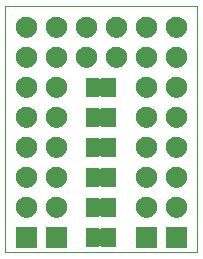
<source format=gbr>
G04 #@! TF.GenerationSoftware,KiCad,Pcbnew,5.1.5+dfsg1-2*
G04 #@! TF.CreationDate,2020-01-22T22:25:37+01:00*
G04 #@! TF.ProjectId,jumper-module,6a756d70-6572-42d6-9d6f-64756c652e6b,v1*
G04 #@! TF.SameCoordinates,Original*
G04 #@! TF.FileFunction,Soldermask,Top*
G04 #@! TF.FilePolarity,Negative*
%FSLAX46Y46*%
G04 Gerber Fmt 4.6, Leading zero omitted, Abs format (unit mm)*
G04 Created by KiCad (PCBNEW 5.1.5+dfsg1-2) date 2020-01-22 22:25:37*
%MOMM*%
%LPD*%
G04 APERTURE LIST*
%ADD10C,0.100000*%
%ADD11C,0.150000*%
G04 APERTURE END LIST*
D10*
X149606000Y-85852000D02*
X149606000Y-106680000D01*
X133350000Y-85852000D02*
X149606000Y-85852000D01*
X133350000Y-106680000D02*
X133350000Y-85852000D01*
X149606000Y-106680000D02*
X133350000Y-106680000D01*
D11*
G36*
X148729000Y-106311000D02*
G01*
X146927000Y-106311000D01*
X146927000Y-104509000D01*
X148729000Y-104509000D01*
X148729000Y-106311000D01*
G37*
G36*
X146189000Y-106311000D02*
G01*
X144387000Y-106311000D01*
X144387000Y-104509000D01*
X146189000Y-104509000D01*
X146189000Y-106311000D01*
G37*
G36*
X138569000Y-106311000D02*
G01*
X136767000Y-106311000D01*
X136767000Y-104509000D01*
X138569000Y-104509000D01*
X138569000Y-106311000D01*
G37*
G36*
X136029000Y-106311000D02*
G01*
X134227000Y-106311000D01*
X134227000Y-104509000D01*
X136029000Y-104509000D01*
X136029000Y-106311000D01*
G37*
G36*
X141225999Y-104609737D02*
G01*
X141235608Y-104612652D01*
X141244472Y-104617390D01*
X141252212Y-104623742D01*
X141252213Y-104623743D01*
X141252237Y-104623763D01*
X141258640Y-104631573D01*
X141258677Y-104631628D01*
X141266480Y-104641147D01*
X141266511Y-104641122D01*
X141277853Y-104654972D01*
X141296779Y-104670537D01*
X141318377Y-104682111D01*
X141341819Y-104689249D01*
X141366202Y-104691676D01*
X141390591Y-104689300D01*
X141414047Y-104682211D01*
X141435670Y-104670682D01*
X141454628Y-104655157D01*
X141470193Y-104636231D01*
X141472029Y-104633175D01*
X141473418Y-104631486D01*
X141473419Y-104631484D01*
X141479801Y-104623725D01*
X141487573Y-104617360D01*
X141487575Y-104617358D01*
X141496399Y-104612654D01*
X141496438Y-104612633D01*
X141506055Y-104609727D01*
X141506085Y-104609718D01*
X141522113Y-104608148D01*
X142659860Y-104608148D01*
X142675999Y-104609737D01*
X142685608Y-104612652D01*
X142694472Y-104617390D01*
X142702237Y-104623763D01*
X142708610Y-104631528D01*
X142713348Y-104640392D01*
X142716263Y-104650001D01*
X142717852Y-104666140D01*
X142717852Y-106153860D01*
X142716263Y-106169999D01*
X142713348Y-106179608D01*
X142708610Y-106188472D01*
X142702237Y-106196237D01*
X142694472Y-106202610D01*
X142685608Y-106207348D01*
X142675999Y-106210263D01*
X142659860Y-106211852D01*
X141522140Y-106211852D01*
X141506001Y-106210263D01*
X141496392Y-106207348D01*
X141487528Y-106202610D01*
X141479763Y-106196237D01*
X141469116Y-106183263D01*
X141462947Y-106174032D01*
X141445619Y-106156706D01*
X141425244Y-106143093D01*
X141402605Y-106133717D01*
X141378572Y-106128937D01*
X141354068Y-106128938D01*
X141330035Y-106133720D01*
X141307396Y-106143098D01*
X141287022Y-106156713D01*
X141269696Y-106174041D01*
X141262825Y-106183317D01*
X141258640Y-106188427D01*
X141252275Y-106196199D01*
X141244516Y-106202581D01*
X141235661Y-106207326D01*
X141232623Y-106208251D01*
X141226085Y-106210242D01*
X141226082Y-106210242D01*
X141226050Y-106210252D01*
X141216000Y-106211247D01*
X141215935Y-106211247D01*
X141209825Y-106211852D01*
X140222140Y-106211852D01*
X140206001Y-106210263D01*
X140196392Y-106207348D01*
X140187528Y-106202610D01*
X140179763Y-106196237D01*
X140173390Y-106188472D01*
X140168652Y-106179608D01*
X140165737Y-106169999D01*
X140164148Y-106153860D01*
X140164148Y-104666140D01*
X140165737Y-104650001D01*
X140168652Y-104640392D01*
X140173390Y-104631528D01*
X140179763Y-104623763D01*
X140187528Y-104617390D01*
X140196392Y-104612652D01*
X140206001Y-104609737D01*
X140222140Y-104608148D01*
X141209860Y-104608148D01*
X141225999Y-104609737D01*
G37*
G36*
X137781512Y-101973927D02*
G01*
X137930812Y-102003624D01*
X138094784Y-102071544D01*
X138242354Y-102170147D01*
X138367853Y-102295646D01*
X138466456Y-102443216D01*
X138534376Y-102607188D01*
X138569000Y-102781259D01*
X138569000Y-102958741D01*
X138534376Y-103132812D01*
X138466456Y-103296784D01*
X138367853Y-103444354D01*
X138242354Y-103569853D01*
X138094784Y-103668456D01*
X137930812Y-103736376D01*
X137781512Y-103766073D01*
X137756742Y-103771000D01*
X137579258Y-103771000D01*
X137554488Y-103766073D01*
X137405188Y-103736376D01*
X137241216Y-103668456D01*
X137093646Y-103569853D01*
X136968147Y-103444354D01*
X136869544Y-103296784D01*
X136801624Y-103132812D01*
X136767000Y-102958741D01*
X136767000Y-102781259D01*
X136801624Y-102607188D01*
X136869544Y-102443216D01*
X136968147Y-102295646D01*
X137093646Y-102170147D01*
X137241216Y-102071544D01*
X137405188Y-102003624D01*
X137554488Y-101973927D01*
X137579258Y-101969000D01*
X137756742Y-101969000D01*
X137781512Y-101973927D01*
G37*
G36*
X145401512Y-101973927D02*
G01*
X145550812Y-102003624D01*
X145714784Y-102071544D01*
X145862354Y-102170147D01*
X145987853Y-102295646D01*
X146086456Y-102443216D01*
X146154376Y-102607188D01*
X146189000Y-102781259D01*
X146189000Y-102958741D01*
X146154376Y-103132812D01*
X146086456Y-103296784D01*
X145987853Y-103444354D01*
X145862354Y-103569853D01*
X145714784Y-103668456D01*
X145550812Y-103736376D01*
X145401512Y-103766073D01*
X145376742Y-103771000D01*
X145199258Y-103771000D01*
X145174488Y-103766073D01*
X145025188Y-103736376D01*
X144861216Y-103668456D01*
X144713646Y-103569853D01*
X144588147Y-103444354D01*
X144489544Y-103296784D01*
X144421624Y-103132812D01*
X144387000Y-102958741D01*
X144387000Y-102781259D01*
X144421624Y-102607188D01*
X144489544Y-102443216D01*
X144588147Y-102295646D01*
X144713646Y-102170147D01*
X144861216Y-102071544D01*
X145025188Y-102003624D01*
X145174488Y-101973927D01*
X145199258Y-101969000D01*
X145376742Y-101969000D01*
X145401512Y-101973927D01*
G37*
G36*
X147941512Y-101973927D02*
G01*
X148090812Y-102003624D01*
X148254784Y-102071544D01*
X148402354Y-102170147D01*
X148527853Y-102295646D01*
X148626456Y-102443216D01*
X148694376Y-102607188D01*
X148729000Y-102781259D01*
X148729000Y-102958741D01*
X148694376Y-103132812D01*
X148626456Y-103296784D01*
X148527853Y-103444354D01*
X148402354Y-103569853D01*
X148254784Y-103668456D01*
X148090812Y-103736376D01*
X147941512Y-103766073D01*
X147916742Y-103771000D01*
X147739258Y-103771000D01*
X147714488Y-103766073D01*
X147565188Y-103736376D01*
X147401216Y-103668456D01*
X147253646Y-103569853D01*
X147128147Y-103444354D01*
X147029544Y-103296784D01*
X146961624Y-103132812D01*
X146927000Y-102958741D01*
X146927000Y-102781259D01*
X146961624Y-102607188D01*
X147029544Y-102443216D01*
X147128147Y-102295646D01*
X147253646Y-102170147D01*
X147401216Y-102071544D01*
X147565188Y-102003624D01*
X147714488Y-101973927D01*
X147739258Y-101969000D01*
X147916742Y-101969000D01*
X147941512Y-101973927D01*
G37*
G36*
X135241512Y-101973927D02*
G01*
X135390812Y-102003624D01*
X135554784Y-102071544D01*
X135702354Y-102170147D01*
X135827853Y-102295646D01*
X135926456Y-102443216D01*
X135994376Y-102607188D01*
X136029000Y-102781259D01*
X136029000Y-102958741D01*
X135994376Y-103132812D01*
X135926456Y-103296784D01*
X135827853Y-103444354D01*
X135702354Y-103569853D01*
X135554784Y-103668456D01*
X135390812Y-103736376D01*
X135241512Y-103766073D01*
X135216742Y-103771000D01*
X135039258Y-103771000D01*
X135014488Y-103766073D01*
X134865188Y-103736376D01*
X134701216Y-103668456D01*
X134553646Y-103569853D01*
X134428147Y-103444354D01*
X134329544Y-103296784D01*
X134261624Y-103132812D01*
X134227000Y-102958741D01*
X134227000Y-102781259D01*
X134261624Y-102607188D01*
X134329544Y-102443216D01*
X134428147Y-102295646D01*
X134553646Y-102170147D01*
X134701216Y-102071544D01*
X134865188Y-102003624D01*
X135014488Y-101973927D01*
X135039258Y-101969000D01*
X135216742Y-101969000D01*
X135241512Y-101973927D01*
G37*
G36*
X141225999Y-102069737D02*
G01*
X141235608Y-102072652D01*
X141244472Y-102077390D01*
X141252212Y-102083742D01*
X141252213Y-102083743D01*
X141252237Y-102083763D01*
X141258640Y-102091573D01*
X141258677Y-102091628D01*
X141266480Y-102101147D01*
X141266511Y-102101122D01*
X141277853Y-102114972D01*
X141296779Y-102130537D01*
X141318377Y-102142111D01*
X141341819Y-102149249D01*
X141366202Y-102151676D01*
X141390591Y-102149300D01*
X141414047Y-102142211D01*
X141435670Y-102130682D01*
X141454628Y-102115157D01*
X141470193Y-102096231D01*
X141472029Y-102093175D01*
X141473418Y-102091486D01*
X141473419Y-102091484D01*
X141479801Y-102083725D01*
X141487573Y-102077360D01*
X141487575Y-102077358D01*
X141496399Y-102072654D01*
X141496438Y-102072633D01*
X141506055Y-102069727D01*
X141506085Y-102069718D01*
X141522113Y-102068148D01*
X142659860Y-102068148D01*
X142675999Y-102069737D01*
X142685608Y-102072652D01*
X142694472Y-102077390D01*
X142702237Y-102083763D01*
X142708610Y-102091528D01*
X142713348Y-102100392D01*
X142716263Y-102110001D01*
X142717852Y-102126140D01*
X142717852Y-103613860D01*
X142716263Y-103629999D01*
X142713348Y-103639608D01*
X142708610Y-103648472D01*
X142702237Y-103656237D01*
X142694472Y-103662610D01*
X142685608Y-103667348D01*
X142675999Y-103670263D01*
X142659860Y-103671852D01*
X141522140Y-103671852D01*
X141506001Y-103670263D01*
X141496392Y-103667348D01*
X141487528Y-103662610D01*
X141479763Y-103656237D01*
X141469116Y-103643263D01*
X141462947Y-103634032D01*
X141445619Y-103616706D01*
X141425244Y-103603093D01*
X141402605Y-103593717D01*
X141378572Y-103588937D01*
X141354068Y-103588938D01*
X141330035Y-103593720D01*
X141307396Y-103603098D01*
X141287022Y-103616713D01*
X141269696Y-103634041D01*
X141262825Y-103643317D01*
X141258640Y-103648427D01*
X141252275Y-103656199D01*
X141244516Y-103662581D01*
X141235661Y-103667326D01*
X141232623Y-103668251D01*
X141226085Y-103670242D01*
X141226082Y-103670242D01*
X141226050Y-103670252D01*
X141216000Y-103671247D01*
X141215935Y-103671247D01*
X141209825Y-103671852D01*
X140222140Y-103671852D01*
X140206001Y-103670263D01*
X140196392Y-103667348D01*
X140187528Y-103662610D01*
X140179763Y-103656237D01*
X140173390Y-103648472D01*
X140168652Y-103639608D01*
X140165737Y-103629999D01*
X140164148Y-103613860D01*
X140164148Y-102126140D01*
X140165737Y-102110001D01*
X140168652Y-102100392D01*
X140173390Y-102091528D01*
X140179763Y-102083763D01*
X140187528Y-102077390D01*
X140196392Y-102072652D01*
X140206001Y-102069737D01*
X140222140Y-102068148D01*
X141209860Y-102068148D01*
X141225999Y-102069737D01*
G37*
G36*
X137781512Y-99433927D02*
G01*
X137930812Y-99463624D01*
X138094784Y-99531544D01*
X138242354Y-99630147D01*
X138367853Y-99755646D01*
X138466456Y-99903216D01*
X138534376Y-100067188D01*
X138569000Y-100241259D01*
X138569000Y-100418741D01*
X138534376Y-100592812D01*
X138466456Y-100756784D01*
X138367853Y-100904354D01*
X138242354Y-101029853D01*
X138094784Y-101128456D01*
X137930812Y-101196376D01*
X137781512Y-101226073D01*
X137756742Y-101231000D01*
X137579258Y-101231000D01*
X137554488Y-101226073D01*
X137405188Y-101196376D01*
X137241216Y-101128456D01*
X137093646Y-101029853D01*
X136968147Y-100904354D01*
X136869544Y-100756784D01*
X136801624Y-100592812D01*
X136767000Y-100418741D01*
X136767000Y-100241259D01*
X136801624Y-100067188D01*
X136869544Y-99903216D01*
X136968147Y-99755646D01*
X137093646Y-99630147D01*
X137241216Y-99531544D01*
X137405188Y-99463624D01*
X137554488Y-99433927D01*
X137579258Y-99429000D01*
X137756742Y-99429000D01*
X137781512Y-99433927D01*
G37*
G36*
X145401512Y-99433927D02*
G01*
X145550812Y-99463624D01*
X145714784Y-99531544D01*
X145862354Y-99630147D01*
X145987853Y-99755646D01*
X146086456Y-99903216D01*
X146154376Y-100067188D01*
X146189000Y-100241259D01*
X146189000Y-100418741D01*
X146154376Y-100592812D01*
X146086456Y-100756784D01*
X145987853Y-100904354D01*
X145862354Y-101029853D01*
X145714784Y-101128456D01*
X145550812Y-101196376D01*
X145401512Y-101226073D01*
X145376742Y-101231000D01*
X145199258Y-101231000D01*
X145174488Y-101226073D01*
X145025188Y-101196376D01*
X144861216Y-101128456D01*
X144713646Y-101029853D01*
X144588147Y-100904354D01*
X144489544Y-100756784D01*
X144421624Y-100592812D01*
X144387000Y-100418741D01*
X144387000Y-100241259D01*
X144421624Y-100067188D01*
X144489544Y-99903216D01*
X144588147Y-99755646D01*
X144713646Y-99630147D01*
X144861216Y-99531544D01*
X145025188Y-99463624D01*
X145174488Y-99433927D01*
X145199258Y-99429000D01*
X145376742Y-99429000D01*
X145401512Y-99433927D01*
G37*
G36*
X147941512Y-99433927D02*
G01*
X148090812Y-99463624D01*
X148254784Y-99531544D01*
X148402354Y-99630147D01*
X148527853Y-99755646D01*
X148626456Y-99903216D01*
X148694376Y-100067188D01*
X148729000Y-100241259D01*
X148729000Y-100418741D01*
X148694376Y-100592812D01*
X148626456Y-100756784D01*
X148527853Y-100904354D01*
X148402354Y-101029853D01*
X148254784Y-101128456D01*
X148090812Y-101196376D01*
X147941512Y-101226073D01*
X147916742Y-101231000D01*
X147739258Y-101231000D01*
X147714488Y-101226073D01*
X147565188Y-101196376D01*
X147401216Y-101128456D01*
X147253646Y-101029853D01*
X147128147Y-100904354D01*
X147029544Y-100756784D01*
X146961624Y-100592812D01*
X146927000Y-100418741D01*
X146927000Y-100241259D01*
X146961624Y-100067188D01*
X147029544Y-99903216D01*
X147128147Y-99755646D01*
X147253646Y-99630147D01*
X147401216Y-99531544D01*
X147565188Y-99463624D01*
X147714488Y-99433927D01*
X147739258Y-99429000D01*
X147916742Y-99429000D01*
X147941512Y-99433927D01*
G37*
G36*
X135241512Y-99433927D02*
G01*
X135390812Y-99463624D01*
X135554784Y-99531544D01*
X135702354Y-99630147D01*
X135827853Y-99755646D01*
X135926456Y-99903216D01*
X135994376Y-100067188D01*
X136029000Y-100241259D01*
X136029000Y-100418741D01*
X135994376Y-100592812D01*
X135926456Y-100756784D01*
X135827853Y-100904354D01*
X135702354Y-101029853D01*
X135554784Y-101128456D01*
X135390812Y-101196376D01*
X135241512Y-101226073D01*
X135216742Y-101231000D01*
X135039258Y-101231000D01*
X135014488Y-101226073D01*
X134865188Y-101196376D01*
X134701216Y-101128456D01*
X134553646Y-101029853D01*
X134428147Y-100904354D01*
X134329544Y-100756784D01*
X134261624Y-100592812D01*
X134227000Y-100418741D01*
X134227000Y-100241259D01*
X134261624Y-100067188D01*
X134329544Y-99903216D01*
X134428147Y-99755646D01*
X134553646Y-99630147D01*
X134701216Y-99531544D01*
X134865188Y-99463624D01*
X135014488Y-99433927D01*
X135039258Y-99429000D01*
X135216742Y-99429000D01*
X135241512Y-99433927D01*
G37*
G36*
X141225999Y-99529737D02*
G01*
X141235608Y-99532652D01*
X141244472Y-99537390D01*
X141252212Y-99543742D01*
X141252213Y-99543743D01*
X141252237Y-99543763D01*
X141258640Y-99551573D01*
X141258677Y-99551628D01*
X141266480Y-99561147D01*
X141266511Y-99561122D01*
X141277853Y-99574972D01*
X141296779Y-99590537D01*
X141318377Y-99602111D01*
X141341819Y-99609249D01*
X141366202Y-99611676D01*
X141390591Y-99609300D01*
X141414047Y-99602211D01*
X141435670Y-99590682D01*
X141454628Y-99575157D01*
X141470193Y-99556231D01*
X141472029Y-99553175D01*
X141473418Y-99551486D01*
X141473419Y-99551484D01*
X141479801Y-99543725D01*
X141487573Y-99537360D01*
X141487575Y-99537358D01*
X141496399Y-99532654D01*
X141496438Y-99532633D01*
X141506055Y-99529727D01*
X141506085Y-99529718D01*
X141522113Y-99528148D01*
X142659860Y-99528148D01*
X142675999Y-99529737D01*
X142685608Y-99532652D01*
X142694472Y-99537390D01*
X142702237Y-99543763D01*
X142708610Y-99551528D01*
X142713348Y-99560392D01*
X142716263Y-99570001D01*
X142717852Y-99586140D01*
X142717852Y-101073860D01*
X142716263Y-101089999D01*
X142713348Y-101099608D01*
X142708610Y-101108472D01*
X142702237Y-101116237D01*
X142694472Y-101122610D01*
X142685608Y-101127348D01*
X142675999Y-101130263D01*
X142659860Y-101131852D01*
X141522140Y-101131852D01*
X141506001Y-101130263D01*
X141496392Y-101127348D01*
X141487528Y-101122610D01*
X141479763Y-101116237D01*
X141469116Y-101103263D01*
X141462947Y-101094032D01*
X141445619Y-101076706D01*
X141425244Y-101063093D01*
X141402605Y-101053717D01*
X141378572Y-101048937D01*
X141354068Y-101048938D01*
X141330035Y-101053720D01*
X141307396Y-101063098D01*
X141287022Y-101076713D01*
X141269696Y-101094041D01*
X141262825Y-101103317D01*
X141258640Y-101108427D01*
X141252275Y-101116199D01*
X141244516Y-101122581D01*
X141235661Y-101127326D01*
X141232623Y-101128251D01*
X141226085Y-101130242D01*
X141226082Y-101130242D01*
X141226050Y-101130252D01*
X141216000Y-101131247D01*
X141215935Y-101131247D01*
X141209825Y-101131852D01*
X140222140Y-101131852D01*
X140206001Y-101130263D01*
X140196392Y-101127348D01*
X140187528Y-101122610D01*
X140179763Y-101116237D01*
X140173390Y-101108472D01*
X140168652Y-101099608D01*
X140165737Y-101089999D01*
X140164148Y-101073860D01*
X140164148Y-99586140D01*
X140165737Y-99570001D01*
X140168652Y-99560392D01*
X140173390Y-99551528D01*
X140179763Y-99543763D01*
X140187528Y-99537390D01*
X140196392Y-99532652D01*
X140206001Y-99529737D01*
X140222140Y-99528148D01*
X141209860Y-99528148D01*
X141225999Y-99529737D01*
G37*
G36*
X145401512Y-96893927D02*
G01*
X145550812Y-96923624D01*
X145714784Y-96991544D01*
X145862354Y-97090147D01*
X145987853Y-97215646D01*
X146086456Y-97363216D01*
X146154376Y-97527188D01*
X146189000Y-97701259D01*
X146189000Y-97878741D01*
X146154376Y-98052812D01*
X146086456Y-98216784D01*
X145987853Y-98364354D01*
X145862354Y-98489853D01*
X145714784Y-98588456D01*
X145550812Y-98656376D01*
X145401512Y-98686073D01*
X145376742Y-98691000D01*
X145199258Y-98691000D01*
X145174488Y-98686073D01*
X145025188Y-98656376D01*
X144861216Y-98588456D01*
X144713646Y-98489853D01*
X144588147Y-98364354D01*
X144489544Y-98216784D01*
X144421624Y-98052812D01*
X144387000Y-97878741D01*
X144387000Y-97701259D01*
X144421624Y-97527188D01*
X144489544Y-97363216D01*
X144588147Y-97215646D01*
X144713646Y-97090147D01*
X144861216Y-96991544D01*
X145025188Y-96923624D01*
X145174488Y-96893927D01*
X145199258Y-96889000D01*
X145376742Y-96889000D01*
X145401512Y-96893927D01*
G37*
G36*
X147941512Y-96893927D02*
G01*
X148090812Y-96923624D01*
X148254784Y-96991544D01*
X148402354Y-97090147D01*
X148527853Y-97215646D01*
X148626456Y-97363216D01*
X148694376Y-97527188D01*
X148729000Y-97701259D01*
X148729000Y-97878741D01*
X148694376Y-98052812D01*
X148626456Y-98216784D01*
X148527853Y-98364354D01*
X148402354Y-98489853D01*
X148254784Y-98588456D01*
X148090812Y-98656376D01*
X147941512Y-98686073D01*
X147916742Y-98691000D01*
X147739258Y-98691000D01*
X147714488Y-98686073D01*
X147565188Y-98656376D01*
X147401216Y-98588456D01*
X147253646Y-98489853D01*
X147128147Y-98364354D01*
X147029544Y-98216784D01*
X146961624Y-98052812D01*
X146927000Y-97878741D01*
X146927000Y-97701259D01*
X146961624Y-97527188D01*
X147029544Y-97363216D01*
X147128147Y-97215646D01*
X147253646Y-97090147D01*
X147401216Y-96991544D01*
X147565188Y-96923624D01*
X147714488Y-96893927D01*
X147739258Y-96889000D01*
X147916742Y-96889000D01*
X147941512Y-96893927D01*
G37*
G36*
X137781512Y-96893927D02*
G01*
X137930812Y-96923624D01*
X138094784Y-96991544D01*
X138242354Y-97090147D01*
X138367853Y-97215646D01*
X138466456Y-97363216D01*
X138534376Y-97527188D01*
X138569000Y-97701259D01*
X138569000Y-97878741D01*
X138534376Y-98052812D01*
X138466456Y-98216784D01*
X138367853Y-98364354D01*
X138242354Y-98489853D01*
X138094784Y-98588456D01*
X137930812Y-98656376D01*
X137781512Y-98686073D01*
X137756742Y-98691000D01*
X137579258Y-98691000D01*
X137554488Y-98686073D01*
X137405188Y-98656376D01*
X137241216Y-98588456D01*
X137093646Y-98489853D01*
X136968147Y-98364354D01*
X136869544Y-98216784D01*
X136801624Y-98052812D01*
X136767000Y-97878741D01*
X136767000Y-97701259D01*
X136801624Y-97527188D01*
X136869544Y-97363216D01*
X136968147Y-97215646D01*
X137093646Y-97090147D01*
X137241216Y-96991544D01*
X137405188Y-96923624D01*
X137554488Y-96893927D01*
X137579258Y-96889000D01*
X137756742Y-96889000D01*
X137781512Y-96893927D01*
G37*
G36*
X135241512Y-96893927D02*
G01*
X135390812Y-96923624D01*
X135554784Y-96991544D01*
X135702354Y-97090147D01*
X135827853Y-97215646D01*
X135926456Y-97363216D01*
X135994376Y-97527188D01*
X136029000Y-97701259D01*
X136029000Y-97878741D01*
X135994376Y-98052812D01*
X135926456Y-98216784D01*
X135827853Y-98364354D01*
X135702354Y-98489853D01*
X135554784Y-98588456D01*
X135390812Y-98656376D01*
X135241512Y-98686073D01*
X135216742Y-98691000D01*
X135039258Y-98691000D01*
X135014488Y-98686073D01*
X134865188Y-98656376D01*
X134701216Y-98588456D01*
X134553646Y-98489853D01*
X134428147Y-98364354D01*
X134329544Y-98216784D01*
X134261624Y-98052812D01*
X134227000Y-97878741D01*
X134227000Y-97701259D01*
X134261624Y-97527188D01*
X134329544Y-97363216D01*
X134428147Y-97215646D01*
X134553646Y-97090147D01*
X134701216Y-96991544D01*
X134865188Y-96923624D01*
X135014488Y-96893927D01*
X135039258Y-96889000D01*
X135216742Y-96889000D01*
X135241512Y-96893927D01*
G37*
G36*
X141225999Y-96989737D02*
G01*
X141235608Y-96992652D01*
X141244472Y-96997390D01*
X141252212Y-97003742D01*
X141252213Y-97003743D01*
X141252237Y-97003763D01*
X141258640Y-97011573D01*
X141258677Y-97011628D01*
X141266480Y-97021147D01*
X141266511Y-97021122D01*
X141277853Y-97034972D01*
X141296779Y-97050537D01*
X141318377Y-97062111D01*
X141341819Y-97069249D01*
X141366202Y-97071676D01*
X141390591Y-97069300D01*
X141414047Y-97062211D01*
X141435670Y-97050682D01*
X141454628Y-97035157D01*
X141470193Y-97016231D01*
X141472029Y-97013175D01*
X141473418Y-97011486D01*
X141473419Y-97011484D01*
X141479801Y-97003725D01*
X141487573Y-96997360D01*
X141487575Y-96997358D01*
X141496399Y-96992654D01*
X141496438Y-96992633D01*
X141506055Y-96989727D01*
X141506085Y-96989718D01*
X141522113Y-96988148D01*
X142659860Y-96988148D01*
X142675999Y-96989737D01*
X142685608Y-96992652D01*
X142694472Y-96997390D01*
X142702237Y-97003763D01*
X142708610Y-97011528D01*
X142713348Y-97020392D01*
X142716263Y-97030001D01*
X142717852Y-97046140D01*
X142717852Y-98533860D01*
X142716263Y-98549999D01*
X142713348Y-98559608D01*
X142708610Y-98568472D01*
X142702237Y-98576237D01*
X142694472Y-98582610D01*
X142685608Y-98587348D01*
X142675999Y-98590263D01*
X142659860Y-98591852D01*
X141522140Y-98591852D01*
X141506001Y-98590263D01*
X141496392Y-98587348D01*
X141487528Y-98582610D01*
X141479763Y-98576237D01*
X141469116Y-98563263D01*
X141462947Y-98554032D01*
X141445619Y-98536706D01*
X141425244Y-98523093D01*
X141402605Y-98513717D01*
X141378572Y-98508937D01*
X141354068Y-98508938D01*
X141330035Y-98513720D01*
X141307396Y-98523098D01*
X141287022Y-98536713D01*
X141269696Y-98554041D01*
X141262825Y-98563317D01*
X141258640Y-98568427D01*
X141252275Y-98576199D01*
X141244516Y-98582581D01*
X141235661Y-98587326D01*
X141232623Y-98588251D01*
X141226085Y-98590242D01*
X141226082Y-98590242D01*
X141226050Y-98590252D01*
X141216000Y-98591247D01*
X141215935Y-98591247D01*
X141209825Y-98591852D01*
X140222140Y-98591852D01*
X140206001Y-98590263D01*
X140196392Y-98587348D01*
X140187528Y-98582610D01*
X140179763Y-98576237D01*
X140173390Y-98568472D01*
X140168652Y-98559608D01*
X140165737Y-98549999D01*
X140164148Y-98533860D01*
X140164148Y-97046140D01*
X140165737Y-97030001D01*
X140168652Y-97020392D01*
X140173390Y-97011528D01*
X140179763Y-97003763D01*
X140187528Y-96997390D01*
X140196392Y-96992652D01*
X140206001Y-96989737D01*
X140222140Y-96988148D01*
X141209860Y-96988148D01*
X141225999Y-96989737D01*
G37*
G36*
X147941512Y-94353927D02*
G01*
X148090812Y-94383624D01*
X148254784Y-94451544D01*
X148402354Y-94550147D01*
X148527853Y-94675646D01*
X148626456Y-94823216D01*
X148694376Y-94987188D01*
X148729000Y-95161259D01*
X148729000Y-95338741D01*
X148694376Y-95512812D01*
X148626456Y-95676784D01*
X148527853Y-95824354D01*
X148402354Y-95949853D01*
X148254784Y-96048456D01*
X148090812Y-96116376D01*
X147941512Y-96146073D01*
X147916742Y-96151000D01*
X147739258Y-96151000D01*
X147714488Y-96146073D01*
X147565188Y-96116376D01*
X147401216Y-96048456D01*
X147253646Y-95949853D01*
X147128147Y-95824354D01*
X147029544Y-95676784D01*
X146961624Y-95512812D01*
X146927000Y-95338741D01*
X146927000Y-95161259D01*
X146961624Y-94987188D01*
X147029544Y-94823216D01*
X147128147Y-94675646D01*
X147253646Y-94550147D01*
X147401216Y-94451544D01*
X147565188Y-94383624D01*
X147714488Y-94353927D01*
X147739258Y-94349000D01*
X147916742Y-94349000D01*
X147941512Y-94353927D01*
G37*
G36*
X145401512Y-94353927D02*
G01*
X145550812Y-94383624D01*
X145714784Y-94451544D01*
X145862354Y-94550147D01*
X145987853Y-94675646D01*
X146086456Y-94823216D01*
X146154376Y-94987188D01*
X146189000Y-95161259D01*
X146189000Y-95338741D01*
X146154376Y-95512812D01*
X146086456Y-95676784D01*
X145987853Y-95824354D01*
X145862354Y-95949853D01*
X145714784Y-96048456D01*
X145550812Y-96116376D01*
X145401512Y-96146073D01*
X145376742Y-96151000D01*
X145199258Y-96151000D01*
X145174488Y-96146073D01*
X145025188Y-96116376D01*
X144861216Y-96048456D01*
X144713646Y-95949853D01*
X144588147Y-95824354D01*
X144489544Y-95676784D01*
X144421624Y-95512812D01*
X144387000Y-95338741D01*
X144387000Y-95161259D01*
X144421624Y-94987188D01*
X144489544Y-94823216D01*
X144588147Y-94675646D01*
X144713646Y-94550147D01*
X144861216Y-94451544D01*
X145025188Y-94383624D01*
X145174488Y-94353927D01*
X145199258Y-94349000D01*
X145376742Y-94349000D01*
X145401512Y-94353927D01*
G37*
G36*
X137781512Y-94353927D02*
G01*
X137930812Y-94383624D01*
X138094784Y-94451544D01*
X138242354Y-94550147D01*
X138367853Y-94675646D01*
X138466456Y-94823216D01*
X138534376Y-94987188D01*
X138569000Y-95161259D01*
X138569000Y-95338741D01*
X138534376Y-95512812D01*
X138466456Y-95676784D01*
X138367853Y-95824354D01*
X138242354Y-95949853D01*
X138094784Y-96048456D01*
X137930812Y-96116376D01*
X137781512Y-96146073D01*
X137756742Y-96151000D01*
X137579258Y-96151000D01*
X137554488Y-96146073D01*
X137405188Y-96116376D01*
X137241216Y-96048456D01*
X137093646Y-95949853D01*
X136968147Y-95824354D01*
X136869544Y-95676784D01*
X136801624Y-95512812D01*
X136767000Y-95338741D01*
X136767000Y-95161259D01*
X136801624Y-94987188D01*
X136869544Y-94823216D01*
X136968147Y-94675646D01*
X137093646Y-94550147D01*
X137241216Y-94451544D01*
X137405188Y-94383624D01*
X137554488Y-94353927D01*
X137579258Y-94349000D01*
X137756742Y-94349000D01*
X137781512Y-94353927D01*
G37*
G36*
X135241512Y-94353927D02*
G01*
X135390812Y-94383624D01*
X135554784Y-94451544D01*
X135702354Y-94550147D01*
X135827853Y-94675646D01*
X135926456Y-94823216D01*
X135994376Y-94987188D01*
X136029000Y-95161259D01*
X136029000Y-95338741D01*
X135994376Y-95512812D01*
X135926456Y-95676784D01*
X135827853Y-95824354D01*
X135702354Y-95949853D01*
X135554784Y-96048456D01*
X135390812Y-96116376D01*
X135241512Y-96146073D01*
X135216742Y-96151000D01*
X135039258Y-96151000D01*
X135014488Y-96146073D01*
X134865188Y-96116376D01*
X134701216Y-96048456D01*
X134553646Y-95949853D01*
X134428147Y-95824354D01*
X134329544Y-95676784D01*
X134261624Y-95512812D01*
X134227000Y-95338741D01*
X134227000Y-95161259D01*
X134261624Y-94987188D01*
X134329544Y-94823216D01*
X134428147Y-94675646D01*
X134553646Y-94550147D01*
X134701216Y-94451544D01*
X134865188Y-94383624D01*
X135014488Y-94353927D01*
X135039258Y-94349000D01*
X135216742Y-94349000D01*
X135241512Y-94353927D01*
G37*
G36*
X141225999Y-94449737D02*
G01*
X141235608Y-94452652D01*
X141244472Y-94457390D01*
X141252212Y-94463742D01*
X141252213Y-94463743D01*
X141252237Y-94463763D01*
X141258640Y-94471573D01*
X141258677Y-94471628D01*
X141266480Y-94481147D01*
X141266511Y-94481122D01*
X141277853Y-94494972D01*
X141296779Y-94510537D01*
X141318377Y-94522111D01*
X141341819Y-94529249D01*
X141366202Y-94531676D01*
X141390591Y-94529300D01*
X141414047Y-94522211D01*
X141435670Y-94510682D01*
X141454628Y-94495157D01*
X141470193Y-94476231D01*
X141472029Y-94473175D01*
X141473418Y-94471486D01*
X141473419Y-94471484D01*
X141479801Y-94463725D01*
X141487573Y-94457360D01*
X141487575Y-94457358D01*
X141496399Y-94452654D01*
X141496438Y-94452633D01*
X141506055Y-94449727D01*
X141506085Y-94449718D01*
X141522113Y-94448148D01*
X142659860Y-94448148D01*
X142675999Y-94449737D01*
X142685608Y-94452652D01*
X142694472Y-94457390D01*
X142702237Y-94463763D01*
X142708610Y-94471528D01*
X142713348Y-94480392D01*
X142716263Y-94490001D01*
X142717852Y-94506140D01*
X142717852Y-95993860D01*
X142716263Y-96009999D01*
X142713348Y-96019608D01*
X142708610Y-96028472D01*
X142702237Y-96036237D01*
X142694472Y-96042610D01*
X142685608Y-96047348D01*
X142675999Y-96050263D01*
X142659860Y-96051852D01*
X141522140Y-96051852D01*
X141506001Y-96050263D01*
X141496392Y-96047348D01*
X141487528Y-96042610D01*
X141479763Y-96036237D01*
X141469116Y-96023263D01*
X141462947Y-96014032D01*
X141445619Y-95996706D01*
X141425244Y-95983093D01*
X141402605Y-95973717D01*
X141378572Y-95968937D01*
X141354068Y-95968938D01*
X141330035Y-95973720D01*
X141307396Y-95983098D01*
X141287022Y-95996713D01*
X141269696Y-96014041D01*
X141262825Y-96023317D01*
X141258640Y-96028427D01*
X141252275Y-96036199D01*
X141244516Y-96042581D01*
X141235661Y-96047326D01*
X141232623Y-96048251D01*
X141226085Y-96050242D01*
X141226082Y-96050242D01*
X141226050Y-96050252D01*
X141216000Y-96051247D01*
X141215935Y-96051247D01*
X141209825Y-96051852D01*
X140222140Y-96051852D01*
X140206001Y-96050263D01*
X140196392Y-96047348D01*
X140187528Y-96042610D01*
X140179763Y-96036237D01*
X140173390Y-96028472D01*
X140168652Y-96019608D01*
X140165737Y-96009999D01*
X140164148Y-95993860D01*
X140164148Y-94506140D01*
X140165737Y-94490001D01*
X140168652Y-94480392D01*
X140173390Y-94471528D01*
X140179763Y-94463763D01*
X140187528Y-94457390D01*
X140196392Y-94452652D01*
X140206001Y-94449737D01*
X140222140Y-94448148D01*
X141209860Y-94448148D01*
X141225999Y-94449737D01*
G37*
G36*
X147941512Y-91813927D02*
G01*
X148090812Y-91843624D01*
X148254784Y-91911544D01*
X148402354Y-92010147D01*
X148527853Y-92135646D01*
X148626456Y-92283216D01*
X148694376Y-92447188D01*
X148729000Y-92621259D01*
X148729000Y-92798741D01*
X148694376Y-92972812D01*
X148626456Y-93136784D01*
X148527853Y-93284354D01*
X148402354Y-93409853D01*
X148254784Y-93508456D01*
X148090812Y-93576376D01*
X147941512Y-93606073D01*
X147916742Y-93611000D01*
X147739258Y-93611000D01*
X147714488Y-93606073D01*
X147565188Y-93576376D01*
X147401216Y-93508456D01*
X147253646Y-93409853D01*
X147128147Y-93284354D01*
X147029544Y-93136784D01*
X146961624Y-92972812D01*
X146927000Y-92798741D01*
X146927000Y-92621259D01*
X146961624Y-92447188D01*
X147029544Y-92283216D01*
X147128147Y-92135646D01*
X147253646Y-92010147D01*
X147401216Y-91911544D01*
X147565188Y-91843624D01*
X147714488Y-91813927D01*
X147739258Y-91809000D01*
X147916742Y-91809000D01*
X147941512Y-91813927D01*
G37*
G36*
X137781512Y-91813927D02*
G01*
X137930812Y-91843624D01*
X138094784Y-91911544D01*
X138242354Y-92010147D01*
X138367853Y-92135646D01*
X138466456Y-92283216D01*
X138534376Y-92447188D01*
X138569000Y-92621259D01*
X138569000Y-92798741D01*
X138534376Y-92972812D01*
X138466456Y-93136784D01*
X138367853Y-93284354D01*
X138242354Y-93409853D01*
X138094784Y-93508456D01*
X137930812Y-93576376D01*
X137781512Y-93606073D01*
X137756742Y-93611000D01*
X137579258Y-93611000D01*
X137554488Y-93606073D01*
X137405188Y-93576376D01*
X137241216Y-93508456D01*
X137093646Y-93409853D01*
X136968147Y-93284354D01*
X136869544Y-93136784D01*
X136801624Y-92972812D01*
X136767000Y-92798741D01*
X136767000Y-92621259D01*
X136801624Y-92447188D01*
X136869544Y-92283216D01*
X136968147Y-92135646D01*
X137093646Y-92010147D01*
X137241216Y-91911544D01*
X137405188Y-91843624D01*
X137554488Y-91813927D01*
X137579258Y-91809000D01*
X137756742Y-91809000D01*
X137781512Y-91813927D01*
G37*
G36*
X135241512Y-91813927D02*
G01*
X135390812Y-91843624D01*
X135554784Y-91911544D01*
X135702354Y-92010147D01*
X135827853Y-92135646D01*
X135926456Y-92283216D01*
X135994376Y-92447188D01*
X136029000Y-92621259D01*
X136029000Y-92798741D01*
X135994376Y-92972812D01*
X135926456Y-93136784D01*
X135827853Y-93284354D01*
X135702354Y-93409853D01*
X135554784Y-93508456D01*
X135390812Y-93576376D01*
X135241512Y-93606073D01*
X135216742Y-93611000D01*
X135039258Y-93611000D01*
X135014488Y-93606073D01*
X134865188Y-93576376D01*
X134701216Y-93508456D01*
X134553646Y-93409853D01*
X134428147Y-93284354D01*
X134329544Y-93136784D01*
X134261624Y-92972812D01*
X134227000Y-92798741D01*
X134227000Y-92621259D01*
X134261624Y-92447188D01*
X134329544Y-92283216D01*
X134428147Y-92135646D01*
X134553646Y-92010147D01*
X134701216Y-91911544D01*
X134865188Y-91843624D01*
X135014488Y-91813927D01*
X135039258Y-91809000D01*
X135216742Y-91809000D01*
X135241512Y-91813927D01*
G37*
G36*
X145401512Y-91813927D02*
G01*
X145550812Y-91843624D01*
X145714784Y-91911544D01*
X145862354Y-92010147D01*
X145987853Y-92135646D01*
X146086456Y-92283216D01*
X146154376Y-92447188D01*
X146189000Y-92621259D01*
X146189000Y-92798741D01*
X146154376Y-92972812D01*
X146086456Y-93136784D01*
X145987853Y-93284354D01*
X145862354Y-93409853D01*
X145714784Y-93508456D01*
X145550812Y-93576376D01*
X145401512Y-93606073D01*
X145376742Y-93611000D01*
X145199258Y-93611000D01*
X145174488Y-93606073D01*
X145025188Y-93576376D01*
X144861216Y-93508456D01*
X144713646Y-93409853D01*
X144588147Y-93284354D01*
X144489544Y-93136784D01*
X144421624Y-92972812D01*
X144387000Y-92798741D01*
X144387000Y-92621259D01*
X144421624Y-92447188D01*
X144489544Y-92283216D01*
X144588147Y-92135646D01*
X144713646Y-92010147D01*
X144861216Y-91911544D01*
X145025188Y-91843624D01*
X145174488Y-91813927D01*
X145199258Y-91809000D01*
X145376742Y-91809000D01*
X145401512Y-91813927D01*
G37*
G36*
X141225999Y-91909737D02*
G01*
X141235608Y-91912652D01*
X141244472Y-91917390D01*
X141252212Y-91923742D01*
X141252213Y-91923743D01*
X141252237Y-91923763D01*
X141258640Y-91931573D01*
X141258677Y-91931628D01*
X141266480Y-91941147D01*
X141266511Y-91941122D01*
X141277853Y-91954972D01*
X141296779Y-91970537D01*
X141318377Y-91982111D01*
X141341819Y-91989249D01*
X141366202Y-91991676D01*
X141390591Y-91989300D01*
X141414047Y-91982211D01*
X141435670Y-91970682D01*
X141454628Y-91955157D01*
X141470193Y-91936231D01*
X141472029Y-91933175D01*
X141473418Y-91931486D01*
X141473419Y-91931484D01*
X141479801Y-91923725D01*
X141487573Y-91917360D01*
X141487575Y-91917358D01*
X141496399Y-91912654D01*
X141496438Y-91912633D01*
X141506055Y-91909727D01*
X141506085Y-91909718D01*
X141522113Y-91908148D01*
X142659860Y-91908148D01*
X142675999Y-91909737D01*
X142685608Y-91912652D01*
X142694472Y-91917390D01*
X142702237Y-91923763D01*
X142708610Y-91931528D01*
X142713348Y-91940392D01*
X142716263Y-91950001D01*
X142717852Y-91966140D01*
X142717852Y-93453860D01*
X142716263Y-93469999D01*
X142713348Y-93479608D01*
X142708610Y-93488472D01*
X142702237Y-93496237D01*
X142694472Y-93502610D01*
X142685608Y-93507348D01*
X142675999Y-93510263D01*
X142659860Y-93511852D01*
X141522140Y-93511852D01*
X141506001Y-93510263D01*
X141496392Y-93507348D01*
X141487528Y-93502610D01*
X141479763Y-93496237D01*
X141469116Y-93483263D01*
X141462947Y-93474032D01*
X141445619Y-93456706D01*
X141425244Y-93443093D01*
X141402605Y-93433717D01*
X141378572Y-93428937D01*
X141354068Y-93428938D01*
X141330035Y-93433720D01*
X141307396Y-93443098D01*
X141287022Y-93456713D01*
X141269696Y-93474041D01*
X141262825Y-93483317D01*
X141258640Y-93488427D01*
X141252275Y-93496199D01*
X141244516Y-93502581D01*
X141235661Y-93507326D01*
X141232623Y-93508251D01*
X141226085Y-93510242D01*
X141226082Y-93510242D01*
X141226050Y-93510252D01*
X141216000Y-93511247D01*
X141215935Y-93511247D01*
X141209825Y-93511852D01*
X140222140Y-93511852D01*
X140206001Y-93510263D01*
X140196392Y-93507348D01*
X140187528Y-93502610D01*
X140179763Y-93496237D01*
X140173390Y-93488472D01*
X140168652Y-93479608D01*
X140165737Y-93469999D01*
X140164148Y-93453860D01*
X140164148Y-91966140D01*
X140165737Y-91950001D01*
X140168652Y-91940392D01*
X140173390Y-91931528D01*
X140179763Y-91923763D01*
X140187528Y-91917390D01*
X140196392Y-91912652D01*
X140206001Y-91909737D01*
X140222140Y-91908148D01*
X141209860Y-91908148D01*
X141225999Y-91909737D01*
G37*
G36*
X147941512Y-89273927D02*
G01*
X148090812Y-89303624D01*
X148254784Y-89371544D01*
X148402354Y-89470147D01*
X148527853Y-89595646D01*
X148626456Y-89743216D01*
X148694376Y-89907188D01*
X148729000Y-90081259D01*
X148729000Y-90258741D01*
X148694376Y-90432812D01*
X148626456Y-90596784D01*
X148527853Y-90744354D01*
X148402354Y-90869853D01*
X148254784Y-90968456D01*
X148090812Y-91036376D01*
X147941512Y-91066073D01*
X147916742Y-91071000D01*
X147739258Y-91071000D01*
X147714488Y-91066073D01*
X147565188Y-91036376D01*
X147401216Y-90968456D01*
X147253646Y-90869853D01*
X147128147Y-90744354D01*
X147029544Y-90596784D01*
X146961624Y-90432812D01*
X146927000Y-90258741D01*
X146927000Y-90081259D01*
X146961624Y-89907188D01*
X147029544Y-89743216D01*
X147128147Y-89595646D01*
X147253646Y-89470147D01*
X147401216Y-89371544D01*
X147565188Y-89303624D01*
X147714488Y-89273927D01*
X147739258Y-89269000D01*
X147916742Y-89269000D01*
X147941512Y-89273927D01*
G37*
G36*
X137781512Y-89273927D02*
G01*
X137930812Y-89303624D01*
X138094784Y-89371544D01*
X138242354Y-89470147D01*
X138367853Y-89595646D01*
X138466456Y-89743216D01*
X138534376Y-89907188D01*
X138569000Y-90081259D01*
X138569000Y-90258741D01*
X138534376Y-90432812D01*
X138466456Y-90596784D01*
X138367853Y-90744354D01*
X138242354Y-90869853D01*
X138094784Y-90968456D01*
X137930812Y-91036376D01*
X137781512Y-91066073D01*
X137756742Y-91071000D01*
X137579258Y-91071000D01*
X137554488Y-91066073D01*
X137405188Y-91036376D01*
X137241216Y-90968456D01*
X137093646Y-90869853D01*
X136968147Y-90744354D01*
X136869544Y-90596784D01*
X136801624Y-90432812D01*
X136767000Y-90258741D01*
X136767000Y-90081259D01*
X136801624Y-89907188D01*
X136869544Y-89743216D01*
X136968147Y-89595646D01*
X137093646Y-89470147D01*
X137241216Y-89371544D01*
X137405188Y-89303624D01*
X137554488Y-89273927D01*
X137579258Y-89269000D01*
X137756742Y-89269000D01*
X137781512Y-89273927D01*
G37*
G36*
X145401512Y-89273927D02*
G01*
X145550812Y-89303624D01*
X145714784Y-89371544D01*
X145862354Y-89470147D01*
X145987853Y-89595646D01*
X146086456Y-89743216D01*
X146154376Y-89907188D01*
X146189000Y-90081259D01*
X146189000Y-90258741D01*
X146154376Y-90432812D01*
X146086456Y-90596784D01*
X145987853Y-90744354D01*
X145862354Y-90869853D01*
X145714784Y-90968456D01*
X145550812Y-91036376D01*
X145401512Y-91066073D01*
X145376742Y-91071000D01*
X145199258Y-91071000D01*
X145174488Y-91066073D01*
X145025188Y-91036376D01*
X144861216Y-90968456D01*
X144713646Y-90869853D01*
X144588147Y-90744354D01*
X144489544Y-90596784D01*
X144421624Y-90432812D01*
X144387000Y-90258741D01*
X144387000Y-90081259D01*
X144421624Y-89907188D01*
X144489544Y-89743216D01*
X144588147Y-89595646D01*
X144713646Y-89470147D01*
X144861216Y-89371544D01*
X145025188Y-89303624D01*
X145174488Y-89273927D01*
X145199258Y-89269000D01*
X145376742Y-89269000D01*
X145401512Y-89273927D01*
G37*
G36*
X135241512Y-89273927D02*
G01*
X135390812Y-89303624D01*
X135554784Y-89371544D01*
X135702354Y-89470147D01*
X135827853Y-89595646D01*
X135926456Y-89743216D01*
X135994376Y-89907188D01*
X136029000Y-90081259D01*
X136029000Y-90258741D01*
X135994376Y-90432812D01*
X135926456Y-90596784D01*
X135827853Y-90744354D01*
X135702354Y-90869853D01*
X135554784Y-90968456D01*
X135390812Y-91036376D01*
X135241512Y-91066073D01*
X135216742Y-91071000D01*
X135039258Y-91071000D01*
X135014488Y-91066073D01*
X134865188Y-91036376D01*
X134701216Y-90968456D01*
X134553646Y-90869853D01*
X134428147Y-90744354D01*
X134329544Y-90596784D01*
X134261624Y-90432812D01*
X134227000Y-90258741D01*
X134227000Y-90081259D01*
X134261624Y-89907188D01*
X134329544Y-89743216D01*
X134428147Y-89595646D01*
X134553646Y-89470147D01*
X134701216Y-89371544D01*
X134865188Y-89303624D01*
X135014488Y-89273927D01*
X135039258Y-89269000D01*
X135216742Y-89269000D01*
X135241512Y-89273927D01*
G37*
G36*
X142861512Y-89273927D02*
G01*
X143010812Y-89303624D01*
X143174784Y-89371544D01*
X143322354Y-89470147D01*
X143447853Y-89595646D01*
X143546456Y-89743216D01*
X143614376Y-89907188D01*
X143649000Y-90081259D01*
X143649000Y-90258741D01*
X143614376Y-90432812D01*
X143546456Y-90596784D01*
X143447853Y-90744354D01*
X143322354Y-90869853D01*
X143174784Y-90968456D01*
X143010812Y-91036376D01*
X142861512Y-91066073D01*
X142836742Y-91071000D01*
X142659258Y-91071000D01*
X142634488Y-91066073D01*
X142485188Y-91036376D01*
X142321216Y-90968456D01*
X142173646Y-90869853D01*
X142048147Y-90744354D01*
X141949544Y-90596784D01*
X141881624Y-90432812D01*
X141847000Y-90258741D01*
X141847000Y-90081259D01*
X141881624Y-89907188D01*
X141949544Y-89743216D01*
X142048147Y-89595646D01*
X142173646Y-89470147D01*
X142321216Y-89371544D01*
X142485188Y-89303624D01*
X142634488Y-89273927D01*
X142659258Y-89269000D01*
X142836742Y-89269000D01*
X142861512Y-89273927D01*
G37*
G36*
X140321512Y-89273927D02*
G01*
X140470812Y-89303624D01*
X140634784Y-89371544D01*
X140782354Y-89470147D01*
X140907853Y-89595646D01*
X141006456Y-89743216D01*
X141074376Y-89907188D01*
X141109000Y-90081259D01*
X141109000Y-90258741D01*
X141074376Y-90432812D01*
X141006456Y-90596784D01*
X140907853Y-90744354D01*
X140782354Y-90869853D01*
X140634784Y-90968456D01*
X140470812Y-91036376D01*
X140321512Y-91066073D01*
X140296742Y-91071000D01*
X140119258Y-91071000D01*
X140094488Y-91066073D01*
X139945188Y-91036376D01*
X139781216Y-90968456D01*
X139633646Y-90869853D01*
X139508147Y-90744354D01*
X139409544Y-90596784D01*
X139341624Y-90432812D01*
X139307000Y-90258741D01*
X139307000Y-90081259D01*
X139341624Y-89907188D01*
X139409544Y-89743216D01*
X139508147Y-89595646D01*
X139633646Y-89470147D01*
X139781216Y-89371544D01*
X139945188Y-89303624D01*
X140094488Y-89273927D01*
X140119258Y-89269000D01*
X140296742Y-89269000D01*
X140321512Y-89273927D01*
G37*
G36*
X137781512Y-86733927D02*
G01*
X137930812Y-86763624D01*
X138094784Y-86831544D01*
X138242354Y-86930147D01*
X138367853Y-87055646D01*
X138466456Y-87203216D01*
X138534376Y-87367188D01*
X138569000Y-87541259D01*
X138569000Y-87718741D01*
X138534376Y-87892812D01*
X138466456Y-88056784D01*
X138367853Y-88204354D01*
X138242354Y-88329853D01*
X138094784Y-88428456D01*
X137930812Y-88496376D01*
X137781512Y-88526073D01*
X137756742Y-88531000D01*
X137579258Y-88531000D01*
X137554488Y-88526073D01*
X137405188Y-88496376D01*
X137241216Y-88428456D01*
X137093646Y-88329853D01*
X136968147Y-88204354D01*
X136869544Y-88056784D01*
X136801624Y-87892812D01*
X136767000Y-87718741D01*
X136767000Y-87541259D01*
X136801624Y-87367188D01*
X136869544Y-87203216D01*
X136968147Y-87055646D01*
X137093646Y-86930147D01*
X137241216Y-86831544D01*
X137405188Y-86763624D01*
X137554488Y-86733927D01*
X137579258Y-86729000D01*
X137756742Y-86729000D01*
X137781512Y-86733927D01*
G37*
G36*
X147941512Y-86733927D02*
G01*
X148090812Y-86763624D01*
X148254784Y-86831544D01*
X148402354Y-86930147D01*
X148527853Y-87055646D01*
X148626456Y-87203216D01*
X148694376Y-87367188D01*
X148729000Y-87541259D01*
X148729000Y-87718741D01*
X148694376Y-87892812D01*
X148626456Y-88056784D01*
X148527853Y-88204354D01*
X148402354Y-88329853D01*
X148254784Y-88428456D01*
X148090812Y-88496376D01*
X147941512Y-88526073D01*
X147916742Y-88531000D01*
X147739258Y-88531000D01*
X147714488Y-88526073D01*
X147565188Y-88496376D01*
X147401216Y-88428456D01*
X147253646Y-88329853D01*
X147128147Y-88204354D01*
X147029544Y-88056784D01*
X146961624Y-87892812D01*
X146927000Y-87718741D01*
X146927000Y-87541259D01*
X146961624Y-87367188D01*
X147029544Y-87203216D01*
X147128147Y-87055646D01*
X147253646Y-86930147D01*
X147401216Y-86831544D01*
X147565188Y-86763624D01*
X147714488Y-86733927D01*
X147739258Y-86729000D01*
X147916742Y-86729000D01*
X147941512Y-86733927D01*
G37*
G36*
X145401512Y-86733927D02*
G01*
X145550812Y-86763624D01*
X145714784Y-86831544D01*
X145862354Y-86930147D01*
X145987853Y-87055646D01*
X146086456Y-87203216D01*
X146154376Y-87367188D01*
X146189000Y-87541259D01*
X146189000Y-87718741D01*
X146154376Y-87892812D01*
X146086456Y-88056784D01*
X145987853Y-88204354D01*
X145862354Y-88329853D01*
X145714784Y-88428456D01*
X145550812Y-88496376D01*
X145401512Y-88526073D01*
X145376742Y-88531000D01*
X145199258Y-88531000D01*
X145174488Y-88526073D01*
X145025188Y-88496376D01*
X144861216Y-88428456D01*
X144713646Y-88329853D01*
X144588147Y-88204354D01*
X144489544Y-88056784D01*
X144421624Y-87892812D01*
X144387000Y-87718741D01*
X144387000Y-87541259D01*
X144421624Y-87367188D01*
X144489544Y-87203216D01*
X144588147Y-87055646D01*
X144713646Y-86930147D01*
X144861216Y-86831544D01*
X145025188Y-86763624D01*
X145174488Y-86733927D01*
X145199258Y-86729000D01*
X145376742Y-86729000D01*
X145401512Y-86733927D01*
G37*
G36*
X142861512Y-86733927D02*
G01*
X143010812Y-86763624D01*
X143174784Y-86831544D01*
X143322354Y-86930147D01*
X143447853Y-87055646D01*
X143546456Y-87203216D01*
X143614376Y-87367188D01*
X143649000Y-87541259D01*
X143649000Y-87718741D01*
X143614376Y-87892812D01*
X143546456Y-88056784D01*
X143447853Y-88204354D01*
X143322354Y-88329853D01*
X143174784Y-88428456D01*
X143010812Y-88496376D01*
X142861512Y-88526073D01*
X142836742Y-88531000D01*
X142659258Y-88531000D01*
X142634488Y-88526073D01*
X142485188Y-88496376D01*
X142321216Y-88428456D01*
X142173646Y-88329853D01*
X142048147Y-88204354D01*
X141949544Y-88056784D01*
X141881624Y-87892812D01*
X141847000Y-87718741D01*
X141847000Y-87541259D01*
X141881624Y-87367188D01*
X141949544Y-87203216D01*
X142048147Y-87055646D01*
X142173646Y-86930147D01*
X142321216Y-86831544D01*
X142485188Y-86763624D01*
X142634488Y-86733927D01*
X142659258Y-86729000D01*
X142836742Y-86729000D01*
X142861512Y-86733927D01*
G37*
G36*
X140321512Y-86733927D02*
G01*
X140470812Y-86763624D01*
X140634784Y-86831544D01*
X140782354Y-86930147D01*
X140907853Y-87055646D01*
X141006456Y-87203216D01*
X141074376Y-87367188D01*
X141109000Y-87541259D01*
X141109000Y-87718741D01*
X141074376Y-87892812D01*
X141006456Y-88056784D01*
X140907853Y-88204354D01*
X140782354Y-88329853D01*
X140634784Y-88428456D01*
X140470812Y-88496376D01*
X140321512Y-88526073D01*
X140296742Y-88531000D01*
X140119258Y-88531000D01*
X140094488Y-88526073D01*
X139945188Y-88496376D01*
X139781216Y-88428456D01*
X139633646Y-88329853D01*
X139508147Y-88204354D01*
X139409544Y-88056784D01*
X139341624Y-87892812D01*
X139307000Y-87718741D01*
X139307000Y-87541259D01*
X139341624Y-87367188D01*
X139409544Y-87203216D01*
X139508147Y-87055646D01*
X139633646Y-86930147D01*
X139781216Y-86831544D01*
X139945188Y-86763624D01*
X140094488Y-86733927D01*
X140119258Y-86729000D01*
X140296742Y-86729000D01*
X140321512Y-86733927D01*
G37*
G36*
X135241512Y-86733927D02*
G01*
X135390812Y-86763624D01*
X135554784Y-86831544D01*
X135702354Y-86930147D01*
X135827853Y-87055646D01*
X135926456Y-87203216D01*
X135994376Y-87367188D01*
X136029000Y-87541259D01*
X136029000Y-87718741D01*
X135994376Y-87892812D01*
X135926456Y-88056784D01*
X135827853Y-88204354D01*
X135702354Y-88329853D01*
X135554784Y-88428456D01*
X135390812Y-88496376D01*
X135241512Y-88526073D01*
X135216742Y-88531000D01*
X135039258Y-88531000D01*
X135014488Y-88526073D01*
X134865188Y-88496376D01*
X134701216Y-88428456D01*
X134553646Y-88329853D01*
X134428147Y-88204354D01*
X134329544Y-88056784D01*
X134261624Y-87892812D01*
X134227000Y-87718741D01*
X134227000Y-87541259D01*
X134261624Y-87367188D01*
X134329544Y-87203216D01*
X134428147Y-87055646D01*
X134553646Y-86930147D01*
X134701216Y-86831544D01*
X134865188Y-86763624D01*
X135014488Y-86733927D01*
X135039258Y-86729000D01*
X135216742Y-86729000D01*
X135241512Y-86733927D01*
G37*
M02*

</source>
